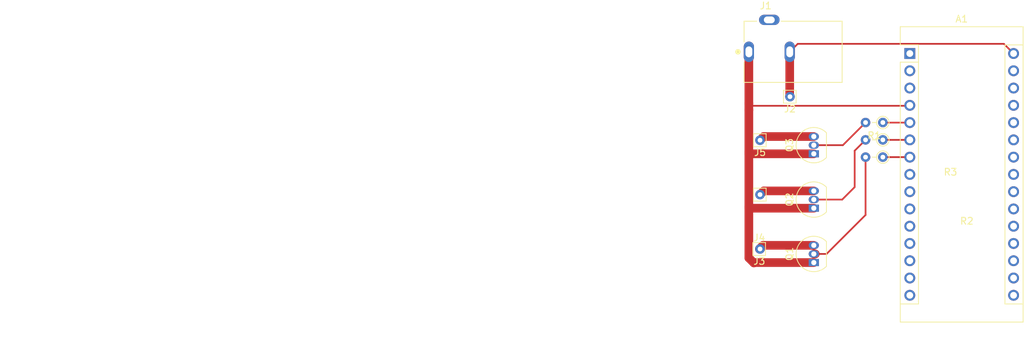
<source format=kicad_pcb>
(kicad_pcb (version 20211014) (generator pcbnew)
  (layers (0 "F.Cu" signal) (31 "B.Cu" signal) (34 "B.Paste" user) (35 "F.Paste" user) (36 "B.SilkS" user "B.Silkscreen") (37 "F.SilkS" user "F.Silkscreen") (38 "B.Mask" user) (39 "F.Mask" user) (44 "Edge.Cuts" user))
  (net 0 "")
  (net 4 "GND")
  (net 5 "Net-(R1-Pad1)")
  (net 6 "Net-(R2-Pad1)")
  (net 7 "Net-(R3-Pad1)")
  (net 30 "+12V")
  (net 32 "/ch_3")
  (net 33 "/ch_2")
  (net 34 "/ch_1")
  (net 35 "Net-(Q1-Pad2)")
  (net 36 "Net-(Q2-Pad2)")
  (net 37 "Net-(Q3-Pad2)")
  (footprint "Package_TO_SOT_THT:TO-92_Inline" (layer "F.Cu") (at 67 75 90)
    (fp_text reference "Q2" (at 1.27 -3.56 90) (layer "F.SilkS"))
    (fp_text value "PN2222A")
    (fp_line (start -0.53 1.85) (end 3.07 1.85) (layer "F.SilkS") (width 0.12))
    (fp_arc (start -0.568478 1.838478) (mid -1.132087 -0.994977) (end 1.27 -2.6) (layer "F.SilkS") (width 0.12))
    (fp_arc (start 1.27 -2.6) (mid 3.672087 -0.994977) (end 3.108478 1.838478) (layer "F.SilkS") (width 0.12))
    (pad "1" thru_hole rect (at 0 0 90) (size 1.05 1.5) (drill 0.75) (layers *.Cu *.Mask) (net 4 "GND"))
    (pad "2" thru_hole oval (at 1.27 0 90) (size 1.05 1.5) (drill 0.75) (layers *.Cu *.Mask) (net 36 "Net-(Q2-Pad2)"))
    (pad "3" thru_hole oval (at 2.54 0 90) (size 1.05 1.5) (drill 0.75) (layers *.Cu *.Mask) (net 33 "/ch_2"))
  )
  (footprint "PJ-102AH_f:CUI_PJ-102AH" (layer "F.Cu") (at 63.9625 52)
    (fp_text reference "J1" (at -4.01986 -6.77319) (layer "F.SilkS") (effects (font (size 1.001213 1.001213))))
    (fp_text value "PJ-102AH")
    (fp_line (start -1.75 -4.5) (end 7.2 -4.5) (layer "F.SilkS") (width 0.127))
    (fp_line (start -7.2 4.5) (end -7.2 1.55) (layer "F.SilkS") (width 0.127))
    (fp_line (start -7.2 -4.5) (end -5.35 -4.5) (layer "F.SilkS") (width 0.127))
    (fp_line (start -7.2 -1.45) (end -7.2 -4.5) (layer "F.SilkS") (width 0.127))
    (fp_line (start 7.2 4.5) (end -7.2 4.5) (layer "F.SilkS") (width 0.127))
    (fp_line (start 7.2 -4.5) (end 7.2 4.5) (layer "F.SilkS") (width 0.127))
    (fp_circle (center -8.1 0) (end -7.9 0) (layer "F.SilkS") (width 0.4) (fill none))
    (pad "1" thru_hole oval locked (at -6.5 0) (size 1.508 3.016) (drill oval 1 1.6) (layers *.Cu *.Mask) (net 4 "GND"))
    (pad "2" thru_hole oval locked (at -0.5 0) (size 1.508 3.016) (drill oval 1 1.6) (layers *.Cu *.Mask) (net 30 "+12V"))
    (pad "3" thru_hole oval locked (at -3.5 -4.7) (size 3.016 1.508) (drill oval 1.6 1) (layers *.Cu *.Mask))
  )
  (footprint "Package_TO_SOT_THT:TO-92_Inline" (layer "F.Cu") (at 67 67 90)
    (fp_text reference "Q3" (at 1.27 -3.56 90) (layer "F.SilkS"))
    (fp_text value "PN2222A")
    (fp_line (start -0.53 1.85) (end 3.07 1.85) (layer "F.SilkS") (width 0.12))
    (fp_arc (start -0.568478 1.838478) (mid -1.132087 -0.994977) (end 1.27 -2.6) (layer "F.SilkS") (width 0.12))
    (fp_arc (start 1.27 -2.6) (mid 3.672087 -0.994977) (end 3.108478 1.838478) (layer "F.SilkS") (width 0.12))
    (pad "1" thru_hole rect (at 0 0 90) (size 1.05 1.5) (drill 0.75) (layers *.Cu *.Mask) (net 4 "GND"))
    (pad "2" thru_hole oval (at 1.27 0 90) (size 1.05 1.5) (drill 0.75) (layers *.Cu *.Mask) (net 37 "Net-(Q3-Pad2)"))
    (pad "3" thru_hole oval (at 2.54 0 90) (size 1.05 1.5) (drill 0.75) (layers *.Cu *.Mask) (net 34 "/ch_1"))
  )
  (footprint "Module:Arduino_Nano" (layer "F.Cu") (at 81.1 52.25)
    (fp_text reference "A1" (at 7.62 -5.08) (layer "F.SilkS"))
    (fp_text value "Arduino_Nano_v3.x")
    (fp_line (start -1.4 39.5) (end 16.64 39.5) (layer "F.SilkS") (width 0.12))
    (fp_line (start 13.97 36.83) (end 16.64 36.83) (layer "F.SilkS") (width 0.12))
    (fp_line (start 1.27 -1.27) (end -1.4 -1.27) (layer "F.SilkS") (width 0.12))
    (fp_line (start 13.97 -1.27) (end 13.97 36.83) (layer "F.SilkS") (width 0.12))
    (fp_line (start -1.4 1.27) (end -1.4 39.5) (layer "F.SilkS") (width 0.12))
    (fp_line (start -1.4 -3.94) (end -1.4 -1.27) (layer "F.SilkS") (width 0.12))
    (fp_line (start 1.27 1.27) (end 1.27 -1.27) (layer "F.SilkS") (width 0.12))
    (fp_line (start 1.27 1.27) (end 1.27 36.83) (layer "F.SilkS") (width 0.12))
    (fp_line (start 13.97 -1.27) (end 16.64 -1.27) (layer "F.SilkS") (width 0.12))
    (fp_line (start 1.27 36.83) (end -1.4 36.83) (layer "F.SilkS") (width 0.12))
    (fp_line (start 1.27 1.27) (end -1.4 1.27) (layer "F.SilkS") (width 0.12))
    (fp_line (start 16.64 39.5) (end 16.64 -3.94) (layer "F.SilkS") (width 0.12))
    (fp_line (start 16.64 -3.94) (end -1.4 -3.94) (layer "F.SilkS") (width 0.12))
    (pad "1" thru_hole rect (at 0 0) (size 1.6 1.6) (drill 1) (layers *.Cu *.Mask))
    (pad "2" thru_hole oval (at 0 2.54) (size 1.6 1.6) (drill 1) (layers *.Cu *.Mask))
    (pad "3" thru_hole oval (at 0 5.08) (size 1.6 1.6) (drill 1) (layers *.Cu *.Mask))
    (pad "4" thru_hole oval (at 0 7.62) (size 1.6 1.6) (drill 1) (layers *.Cu *.Mask) (net 4 "GND"))
    (pad "5" thru_hole oval (at 0 10.16) (size 1.6 1.6) (drill 1) (layers *.Cu *.Mask) (net 5 "Net-(R1-Pad1)"))
    (pad "6" thru_hole oval (at 0 12.7) (size 1.6 1.6) (drill 1) (layers *.Cu *.Mask) (net 6 "Net-(R2-Pad1)"))
    (pad "7" thru_hole oval (at 0 15.24) (size 1.6 1.6) (drill 1) (layers *.Cu *.Mask) (net 7 "Net-(R3-Pad1)"))
    (pad "8" thru_hole oval (at 0 17.78) (size 1.6 1.6) (drill 1) (layers *.Cu *.Mask))
    (pad "9" thru_hole oval (at 0 20.32) (size 1.6 1.6) (drill 1) (layers *.Cu *.Mask))
    (pad "10" thru_hole oval (at 0 22.86) (size 1.6 1.6) (drill 1) (layers *.Cu *.Mask))
    (pad "11" thru_hole oval (at 0 25.4) (size 1.6 1.6) (drill 1) (layers *.Cu *.Mask))
    (pad "12" thru_hole oval (at 0 27.94) (size 1.6 1.6) (drill 1) (layers *.Cu *.Mask))
    (pad "13" thru_hole oval (at 0 30.48) (size 1.6 1.6) (drill 1) (layers *.Cu *.Mask))
    (pad "14" thru_hole oval (at 0 33.02) (size 1.6 1.6) (drill 1) (layers *.Cu *.Mask))
    (pad "15" thru_hole oval (at 0 35.56) (size 1.6 1.6) (drill 1) (layers *.Cu *.Mask))
    (pad "16" thru_hole oval (at 15.24 35.56) (size 1.6 1.6) (drill 1) (layers *.Cu *.Mask))
    (pad "17" thru_hole oval (at 15.24 33.02) (size 1.6 1.6) (drill 1) (layers *.Cu *.Mask))
    (pad "18" thru_hole oval (at 15.24 30.48) (size 1.6 1.6) (drill 1) (layers *.Cu *.Mask))
    (pad "19" thru_hole oval (at 15.24 27.94) (size 1.6 1.6) (drill 1) (layers *.Cu *.Mask))
    (pad "20" thru_hole oval (at 15.24 25.4) (size 1.6 1.6) (drill 1) (layers *.Cu *.Mask))
    (pad "21" thru_hole oval (at 15.24 22.86) (size 1.6 1.6) (drill 1) (layers *.Cu *.Mask))
    (pad "22" thru_hole oval (at 15.24 20.32) (size 1.6 1.6) (drill 1) (layers *.Cu *.Mask))
    (pad "23" thru_hole oval (at 15.24 17.78) (size 1.6 1.6) (drill 1) (layers *.Cu *.Mask))
    (pad "24" thru_hole oval (at 15.24 15.24) (size 1.6 1.6) (drill 1) (layers *.Cu *.Mask))
    (pad "25" thru_hole oval (at 15.24 12.7) (size 1.6 1.6) (drill 1) (layers *.Cu *.Mask))
    (pad "26" thru_hole oval (at 15.24 10.16) (size 1.6 1.6) (drill 1) (layers *.Cu *.Mask))
    (pad "27" thru_hole oval (at 15.24 7.62) (size 1.6 1.6) (drill 1) (layers *.Cu *.Mask))
    (pad "28" thru_hole oval (at 15.24 5.08) (size 1.6 1.6) (drill 1) (layers *.Cu *.Mask))
    (pad "29" thru_hole oval (at 15.24 2.54) (size 1.6 1.6) (drill 1) (layers *.Cu *.Mask))
    (pad "30" thru_hole oval (at 15.24 0) (size 1.6 1.6) (drill 1) (layers *.Cu *.Mask) (net 30 "+12V"))
  )
  (footprint "Connector_Pin:Pin_D0.7mm_L6.5mm_W1.8mm_FlatFork" (layer "F.Cu") (at 59.1 65)
    (fp_text reference "J5" (at 0 1.8) (layer "F.SilkS"))
    (fp_text value "Conn_01x01")
    (fp_line (start 0.9 -0.9) (end 0.9 -0.95) (layer "F.SilkS") (width 0.12))
    (fp_line (start 0.9 0.95) (end 0.9 -0.9) (layer "F.SilkS") (width 0.12))
    (fp_line (start -0.95 -0.95) (end -0.95 0.95) (layer "F.SilkS") (width 0.12))
    (fp_line (start 0.9 -0.95) (end -0.95 -0.95) (layer "F.SilkS") (width 0.12))
    (fp_line (start -0.95 0.95) (end 0.9 0.95) (layer "F.SilkS") (width 0.12))
    (pad "1" thru_hole circle (at 0 0) (size 1.4 1.4) (drill 0.7) (layers *.Cu *.Mask) (net 34 "/ch_1"))
  )
  (footprint "Resistor_THT:R_Axial_DIN0204_L3.6mm_D1.6mm_P2.54mm_Vertical" (layer "F.Cu") (at 77.14 67.49 180)
    (fp_text reference "R3" (at -9.935 -2.195) (layer "F.SilkS"))
    (fp_text value "R_US")
    (fp_line (start 0.92 0) (end 1.54 0) (layer "F.SilkS") (width 0.12))
    (fp_circle (center 0 0) (end 0.92 0) (layer "F.SilkS") (width 0.12) (fill none))
    (pad "1" thru_hole circle (at 0 0 180) (size 1.4 1.4) (drill 0.7) (layers *.Cu *.Mask) (net 7 "Net-(R3-Pad1)"))
    (pad "2" thru_hole oval (at 2.54 0 180) (size 1.4 1.4) (drill 0.7) (layers *.Cu *.Mask) (net 35 "Net-(Q1-Pad2)"))
  )
  (footprint "Connector_Pin:Pin_D0.7mm_L6.5mm_W1.8mm_FlatFork" (layer "F.Cu") (at 63.5 58.6)
    (fp_text reference "J2" (at 0 1.8) (layer "F.SilkS"))
    (fp_text value "Conn_01x01")
    (fp_line (start 0.9 -0.95) (end -0.95 -0.95) (layer "F.SilkS") (width 0.12))
    (fp_line (start -0.95 0.95) (end 0.9 0.95) (layer "F.SilkS") (width 0.12))
    (fp_line (start -0.95 -0.95) (end -0.95 0.95) (layer "F.SilkS") (width 0.12))
    (fp_line (start 0.9 0.95) (end 0.9 -0.9) (layer "F.SilkS") (width 0.12))
    (fp_line (start 0.9 -0.9) (end 0.9 -0.95) (layer "F.SilkS") (width 0.12))
    (pad "1" thru_hole circle (at 0 0) (size 1.4 1.4) (drill 0.7) (layers *.Cu *.Mask) (net 30 "+12V"))
  )
  (footprint "Resistor_THT:R_Axial_DIN0204_L3.6mm_D1.6mm_P2.54mm_Vertical" (layer "F.Cu") (at 77.14 64.95 180)
    (fp_text reference "R2" (at -12.33 -11.95) (layer "F.SilkS"))
    (fp_text value "R_US")
    (fp_line (start 0.92 0) (end 1.54 0) (layer "F.SilkS") (width 0.12))
    (fp_circle (center 0 0) (end 0.92 0) (layer "F.SilkS") (width 0.12) (fill none))
    (pad "1" thru_hole circle (at 0 0 180) (size 1.4 1.4) (drill 0.7) (layers *.Cu *.Mask) (net 6 "Net-(R2-Pad1)"))
    (pad "2" thru_hole oval (at 2.54 0 180) (size 1.4 1.4) (drill 0.7) (layers *.Cu *.Mask) (net 36 "Net-(Q2-Pad2)"))
  )
  (footprint "Connector_Pin:Pin_D0.7mm_L6.5mm_W1.8mm_FlatFork" (layer "F.Cu") (at 59 81)
    (fp_text reference "J3" (at 0 1.8) (layer "F.SilkS"))
    (fp_text value "Conn_01x01")
    (fp_line (start 0.9 0.95) (end 0.9 -0.9) (layer "F.SilkS") (width 0.12))
    (fp_line (start -0.95 -0.95) (end -0.95 0.95) (layer "F.SilkS") (width 0.12))
    (fp_line (start 0.9 -0.9) (end 0.9 -0.95) (layer "F.SilkS") (width 0.12))
    (fp_line (start -0.95 0.95) (end 0.9 0.95) (layer "F.SilkS") (width 0.12))
    (fp_line (start 0.9 -0.95) (end -0.95 -0.95) (layer "F.SilkS") (width 0.12))
    (pad "1" thru_hole circle (at 0.1 0) (size 1.4 1.4) (drill 0.7) (layers *.Cu *.Mask) (net 32 "/ch_3"))
  )
  (footprint "Package_TO_SOT_THT:TO-92_Inline" (layer "F.Cu") (at 67 83 90)
    (fp_text reference "Q1" (at 1.27 -3.56 90) (layer "F.SilkS"))
    (fp_text value "PN2222A")
    (fp_line (start -0.53 1.85) (end 3.07 1.85) (layer "F.SilkS") (width 0.12))
    (fp_arc (start 1.27 -2.6) (mid 3.672087 -0.994977) (end 3.108478 1.838478) (layer "F.SilkS") (width 0.12))
    (fp_arc (start -0.568478 1.838478) (mid -1.132087 -0.994977) (end 1.27 -2.6) (layer "F.SilkS") (width 0.12))
    (pad "1" thru_hole rect (at 0 0 90) (size 1.05 1.5) (drill 0.75) (layers *.Cu *.Mask) (net 4 "GND"))
    (pad "2" thru_hole oval (at 1.27 0 90) (size 1.05 1.5) (drill 0.75) (layers *.Cu *.Mask) (net 35 "Net-(Q1-Pad2)"))
    (pad "3" thru_hole oval (at 2.54 0 90) (size 1.05 1.5) (drill 0.75) (layers *.Cu *.Mask) (net 32 "/ch_3"))
  )
  (footprint "Resistor_THT:R_Axial_DIN0204_L3.6mm_D1.6mm_P2.54mm_Vertical" (layer "F.Cu") (at 77.14 62.4 180)
    (fp_text reference "R1" (at 1.27 -1.92) (layer "F.SilkS"))
    (fp_text value "R_US")
    (fp_line (start 0.92 0) (end 1.54 0) (layer "F.SilkS") (width 0.12))
    (fp_circle (center 0 0) (end 0.92 0) (layer "F.SilkS") (width 0.12) (fill none))
    (pad "1" thru_hole circle (at 0 0 180) (size 1.4 1.4) (drill 0.7) (layers *.Cu *.Mask) (net 5 "Net-(R1-Pad1)"))
    (pad "2" thru_hole oval (at 2.54 0 180) (size 1.4 1.4) (drill 0.7) (layers *.Cu *.Mask) (net 37 "Net-(Q3-Pad2)"))
  )
  (footprint "Connector_Pin:Pin_D0.7mm_L6.5mm_W1.8mm_FlatFork" (layer "F.Cu") (at 59.1 73)
    (fp_text reference "J4" (at -0.1 6.35) (layer "F.SilkS"))
    (fp_text value "Conn_01x01")
    (fp_line (start -0.95 -0.95) (end -0.95 0.95) (layer "F.SilkS") (width 0.12))
    (fp_line (start -0.95 0.95) (end 0.9 0.95) (layer "F.SilkS") (width 0.12))
    (fp_line (start 0.9 0.95) (end 0.9 -0.9) (layer "F.SilkS") (width 0.12))
    (fp_line (start 0.9 -0.95) (end -0.95 -0.95) (layer "F.SilkS") (width 0.12))
    (fp_line (start 0.9 -0.9) (end 0.9 -0.95) (layer "F.SilkS") (width 0.12))
    (pad "1" thru_hole circle (at 0 0) (size 1.4 1.4) (drill 0.7) (layers *.Cu *.Mask) (net 33 "/ch_2"))
  )
  (segment (start 67 75) (end 57.6 75) (width 1.27) (layer "F.Cu") (net 4))
  (segment (start 57.8125 59.9375) (end 57.4625 59.5875) (width 0.25) (layer "F.Cu") (net 4))
  (segment (start 57.525 67) (end 57.4625 66.9375) (width 1.27) (layer "F.Cu") (net 4))
  (segment (start 81.0325 59.9375) (end 57.8125 59.9375) (width 0.25) (layer "F.Cu") (net 4))
  (segment (start 58.25 83) (end 67 83) (width 1.27) (layer "F.Cu") (net 4))
  (segment (start 57.675 67) (end 57.4625 66.7875) (width 1.27) (layer "F.Cu") (net 4))
  (segment (start 57.4625 82.3125) (end 58.2 83.05) (width 1.27) (layer "F.Cu") (net 4))
  (segment (start 57.4625 66.9375) (end 57.4625 74.8625) (width 1.27) (layer "F.Cu") (net 4))
  (segment (start 57.4625 59.5875) (end 57.4625 60.5625) (width 1.27) (layer "F.Cu") (net 4))
  (segment (start 57.4625 74.8625) (end 57.4625 82.3125) (width 1.27) (layer "F.Cu") (net 4))
  (segment (start 57.4625 52) (end 57.4625 59.5875) (width 1.27) (layer "F.Cu") (net 4))
  (segment (start 57.6 75) (end 57.4625 74.8625) (width 1.27) (layer "F.Cu") (net 4))
  (segment (start 57.4625 60.5625) (end 57.4625 66.7875) (width 1.27) (layer "F.Cu") (net 4))
  (segment (start 81.1 59.87) (end 81.0325 59.9375) (width 0.25) (layer "F.Cu") (net 4))
  (segment (start 67 67) (end 57.675 67) (width 1.27) (layer "F.Cu") (net 4))
  (segment (start 58.2 83.05) (end 58.25 83) (width 1.27) (layer "F.Cu") (net 4))
  (segment (start 57.4625 66.7875) (end 57.4625 66.9375) (width 1.27) (layer "F.Cu") (net 4))
  (segment (start 81.1 62.41) (end 77.15 62.41) (width 0.25) (layer "F.Cu") (net 5))
  (segment (start 77.15 62.41) (end 77.14 62.4) (width 0.25) (layer "F.Cu") (net 5))
  (segment (start 81.1 64.95) (end 77.14 64.95) (width 0.25) (layer "F.Cu") (net 6))
  (segment (start 81.1 67.49) (end 77.14 67.49) (width 0.25) (layer "F.Cu") (net 7))
  (segment (start 63.4625 58.5625) (end 63.5 58.6) (width 1.27) (layer "F.Cu") (net 30))
  (segment (start 94.915489 50.825489) (end 64.637011 50.825489) (width 0.25) (layer "F.Cu") (net 30))
  (segment (start 96.34 52.25) (end 94.915489 50.825489) (width 0.25) (layer "F.Cu") (net 30))
  (segment (start 63.475 52.0125) (end 63.4625 52) (width 1.27) (layer "F.Cu") (net 30))
  (segment (start 63.4625 52) (end 63.4625 58.5625) (width 1.27) (layer "F.Cu") (net 30))
  (segment (start 64.637011 50.825489) (end 63.4625 52) (width 0.25) (layer "F.Cu") (net 30))
  (segment (start 59.64 80.46) (end 59.1 81) (width 1.27) (layer "F.Cu") (net 32))
  (segment (start 59 81) (end 59.54 80.46) (width 1.27) (layer "F.Cu") (net 32))
  (segment (start 67 80.46) (end 59.64 80.46) (width 1.27) (layer "F.Cu") (net 32))
  (segment (start 59.64 72.46) (end 59.1 73) (width 1.27) (layer "F.Cu") (net 33))
  (segment (start 67 72.46) (end 59.64 72.46) (width 1.27) (layer "F.Cu") (net 33))
  (segment (start 59.64 64.46) (end 59.1 65) (width 1.27) (layer "F.Cu") (net 34))
  (segment (start 67 64.46) (end 59.64 64.46) (width 1.27) (layer "F.Cu") (net 34))
  (segment (start 67.225 81.73) (end 67 81.73) (width 1.27) (layer "F.Cu") (net 35))
  (segment (start 74.6 76) (end 68.87 81.73) (width 0.25) (layer "F.Cu") (net 35))
  (segment (start 74.6 67.49) (end 74.6 76) (width 0.25) (layer "F.Cu") (net 35))
  (segment (start 68.87 81.73) (end 67 81.73) (width 0.25) (layer "F.Cu") (net 35))
  (segment (start 74.6 64.95) (end 73 66.55) (width 0.25) (layer "F.Cu") (net 36))
  (segment (start 73 66.55) (end 73 71.9) (width 0.25) (layer "F.Cu") (net 36))
  (segment (start 71.17 73.73) (end 67 73.73) (width 0.25) (layer "F.Cu") (net 36))
  (segment (start 73 71.9) (end 71.17 73.73) (width 0.25) (layer "F.Cu") (net 36))
  (segment (start 74.6 62.4) (end 71.27 65.73) (width 0.25) (layer "F.Cu") (net 37))
  (segment (start 71.27 65.73) (end 67 65.73) (width 0.25) (layer "F.Cu") (net 37))
)
</source>
